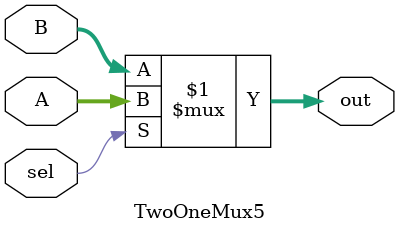
<source format=v>
`timescale 1ns / 1ps
module TwoOneMux5(
    A,
    B,
    sel,
    out
    );
	 
    input [4:0] A;
    input [4:0] B;
    input sel;
    output [4:0] out;	 
	 assign out = (sel) ? A:B;
	 


endmodule

</source>
